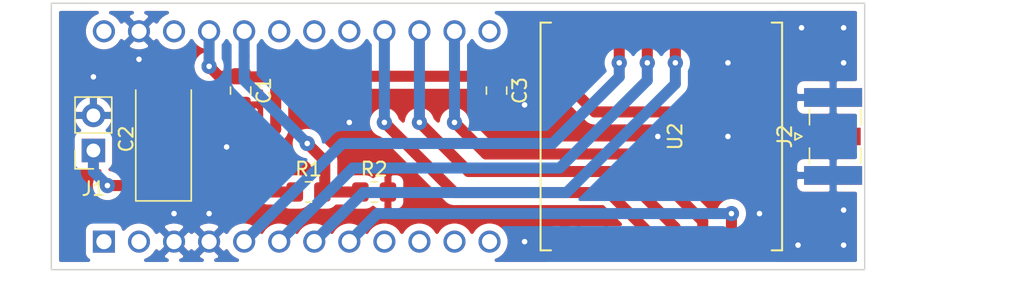
<source format=kicad_pcb>
(kicad_pcb (version 20211014) (generator pcbnew)
  (layers (0 "F.Cu" signal) (31 "B.Cu" signal) (34 "B.Paste" user) (35 "F.Paste" user) (36 "B.SilkS" user "B.Silkscreen") (37 "F.SilkS" user "F.Silkscreen") (38 "B.Mask" user) (39 "F.Mask" user) (44 "Edge.Cuts" user))
  (net 0 "")
  (net 1 "GND")
  (net 2 "MOSI")
  (net 3 "MISO")
  (net 4 "SCK")
  (net 5 "NSS")
  (net 6 "NRST")
  (net 7 "DIO1")
  (net 8 "+3V3")
  (net 9 "VBAT")
  (net 10 "ANT")
  (net 11 "DIO0")
  (footprint "micro:ProMicro-NoSilk" (layer "F.Cu") (at 128.016 98.044)
    (fp_text reference "U1" hide)
    (fp_text value "ProMicro")
    (pad "1" thru_hole rect locked (at -13.97 7.62) (size 1.6 1.6) (drill 1.1) (layers *.Cu *.Mask))
    (pad "2" thru_hole circle locked (at -11.43 7.62) (size 1.6 1.6) (drill 1.1) (layers *.Cu *.Mask))
    (pad "3" thru_hole circle locked (at -8.89 7.62) (size 1.6 1.6) (drill 1.1) (layers *.Cu *.Mask) (net 1 "GND"))
    (pad "4" thru_hole circle locked (at -6.35 7.62) (size 1.6 1.6) (drill 1.1) (layers *.Cu *.Mask) (net 1 "GND"))
    (pad "5" thru_hole circle locked (at -3.81 7.62) (size 1.6 1.6) (drill 1.1) (layers *.Cu *.Mask) (net 7 "DIO1"))
    (pad "6" thru_hole circle locked (at -1.27 7.62) (size 1.6 1.6) (drill 1.1) (layers *.Cu *.Mask) (net 11 "DIO0"))
    (pad "7" thru_hole circle locked (at 1.27 7.62) (size 1.6 1.6) (drill 1.1) (layers *.Cu *.Mask) (net 6 "NRST"))
    (pad "8" thru_hole circle locked (at 3.81 7.62) (size 1.6 1.6) (drill 1.1) (layers *.Cu *.Mask) (net 5 "NSS"))
    (pad "9" thru_hole circle locked (at 6.35 7.62) (size 1.6 1.6) (drill 1.1) (layers *.Cu *.Mask))
    (pad "10" thru_hole circle locked (at 8.89 7.62) (size 1.6 1.6) (drill 1.1) (layers *.Cu *.Mask))
    (pad "11" thru_hole circle locked (at 11.43 7.62) (size 1.6 1.6) (drill 1.1) (layers *.Cu *.Mask))
    (pad "12" thru_hole circle locked (at 13.97 7.62) (size 1.6 1.6) (drill 1.1) (layers *.Cu *.Mask))
    (pad "13" thru_hole circle locked (at 13.97 -7.62) (size 1.6 1.6) (drill 1.1) (layers *.Cu *.Mask))
    (pad "14" thru_hole circle locked (at 11.43 -7.62) (size 1.6 1.6) (drill 1.1) (layers *.Cu *.Mask) (net 2 "MOSI"))
    (pad "15" thru_hole circle locked (at 8.89 -7.62) (size 1.6 1.6) (drill 1.1) (layers *.Cu *.Mask) (net 3 "MISO"))
    (pad "16" thru_hole circle locked (at 6.35 -7.62) (size 1.6 1.6) (drill 1.1) (layers *.Cu *.Mask) (net 4 "SCK"))
    (pad "17" thru_hole circle locked (at 3.81 -7.62) (size 1.6 1.6) (drill 1.1) (layers *.Cu *.Mask))
    (pad "18" thru_hole circle locked (at 1.27 -7.62) (size 1.6 1.6) (drill 1.1) (layers *.Cu *.Mask))
    (pad "19" thru_hole circle locked (at -1.27 -7.62) (size 1.6 1.6) (drill 1.1) (layers *.Cu *.Mask))
    (pad "20" thru_hole circle locked (at -3.81 -7.62) (size 1.6 1.6) (drill 1.1) (layers *.Cu *.Mask) (net 9 "VBAT"))
    (pad "21" thru_hole circle locked (at -6.35 -7.62) (size 1.6 1.6) (drill 1.1) (layers *.Cu *.Mask) (net 8 "+3V3"))
    (pad "22" thru_hole circle locked (at -8.89 -7.62) (size 1.6 1.6) (drill 1.1) (layers *.Cu *.Mask))
    (pad "23" thru_hole circle locked (at -11.43 -7.62) (size 1.6 1.6) (drill 1.1) (layers *.Cu *.Mask) (net 1 "GND"))
    (pad "24" thru_hole circle locked (at -13.97 -7.62) (size 1.6 1.6) (drill 1.1) (layers *.Cu *.Mask))
  )
  (footprint "RF_Module:Ai-Thinker-Ra-01-LoRa" (layer "F.Cu") (at 154.432 98.044 -90)
    (fp_text reference "U2" (at 0 -1 90) (layer "F.SilkS"))
    (fp_text value "Ai-Thinker-Ra-01")
    (fp_line (start 8.25 8.75) (end 8.25 8) (layer "F.SilkS") (width 0.15))
    (fp_line (start -8.25 8.75) (end 8.25 8.75) (layer "F.SilkS") (width 0.15))
    (fp_line (start -8.25 8) (end -8.25 8.75) (layer "F.SilkS") (width 0.15))
    (fp_line (start 8.25 -8.75) (end 8.25 -8) (layer "F.SilkS") (width 0.15))
    (fp_line (start -8.25 -8) (end -8.25 -8.75) (layer "F.SilkS") (width 0.15))
    (fp_line (start -8.25 -8.75) (end 8.25 -8.75) (layer "F.SilkS") (width 0.15))
    (pad "1" smd rect locked (at -8 -7 270) (size 2 1.5) (layers "F.Cu" "F.Paste" "F.Mask") (net 10 "ANT"))
    (pad "2" smd rect locked (at -8 -5 270) (size 2 1.5) (layers "F.Cu" "F.Paste" "F.Mask") (net 1 "GND"))
    (pad "3" smd rect locked (at -8 -3 270) (size 2 1.5) (layers "F.Cu" "F.Paste" "F.Mask") (net 8 "+3V3"))
    (pad "4" smd rect locked (at -8 -1 270) (size 2 1.5) (layers "F.Cu" "F.Paste" "F.Mask") (net 6 "NRST"))
    (pad "5" smd rect locked (at -8 1 270) (size 2 1.5) (layers "F.Cu" "F.Paste" "F.Mask") (net 11 "DIO0"))
    (pad "6" smd rect locked (at -8 3 270) (size 2 1.5) (layers "F.Cu" "F.Paste" "F.Mask") (net 7 "DIO1"))
    (pad "7" smd rect locked (at -8 5 270) (size 2 1.5) (layers "F.Cu" "F.Paste" "F.Mask"))
    (pad "8" smd rect locked (at -8 7 270) (size 2 1.5) (layers "F.Cu" "F.Paste" "F.Mask"))
    (pad "9" smd rect locked (at 8 7 270) (size 2 1.5) (layers "F.Cu" "F.Paste" "F.Mask") (net 1 "GND"))
    (pad "10" smd rect locked (at 8 5 270) (size 2 1.5) (layers "F.Cu" "F.Paste" "F.Mask"))
    (pad "11" smd rect locked (at 8 3 270) (size 2 1.5) (layers "F.Cu" "F.Paste" "F.Mask"))
    (pad "12" smd rect locked (at 8 1 270) (size 2 1.5) (layers "F.Cu" "F.Paste" "F.Mask") (net 4 "SCK"))
    (pad "13" smd rect locked (at 8 -1 270) (size 2 1.5) (layers "F.Cu" "F.Paste" "F.Mask") (net 3 "MISO"))
    (pad "14" smd rect locked (at 8 -3 270) (size 2 1.5) (layers "F.Cu" "F.Paste" "F.Mask") (net 2 "MOSI"))
    (pad "15" smd rect locked (at 8 -5 270) (size 2 1.5) (layers "F.Cu" "F.Paste" "F.Mask") (net 5 "NSS"))
    (pad "16" smd rect locked (at 8 -7 270) (size 2 1.5) (layers "F.Cu" "F.Paste" "F.Mask") (net 1 "GND"))
  )
  (footprint "Connector_PinSocket_2.54mm:PinSocket_1x02_P2.54mm_Vertical" (layer "F.Cu") (at 113.284 99.06 180)
    (fp_text reference "J1" (at 0 -2.77) (layer "F.SilkS"))
    (fp_text value "Conn_01x02_Male")
    (fp_line (start 1.33 -1.33) (end 1.33 0) (layer "F.SilkS") (width 0.12))
    (fp_line (start -1.33 1.27) (end -1.33 3.87) (layer "F.SilkS") (width 0.12))
    (fp_line (start 1.33 1.27) (end 1.33 3.87) (layer "F.SilkS") (width 0.12))
    (fp_line (start -1.33 3.87) (end 1.33 3.87) (layer "F.SilkS") (width 0.12))
    (fp_line (start 0 -1.33) (end 1.33 -1.33) (layer "F.SilkS") (width 0.12))
    (fp_line (start -1.33 1.27) (end 1.33 1.27) (layer "F.SilkS") (width 0.12))
    (pad "1" thru_hole rect locked (at 0 0 180) (size 1.7 1.7) (drill 1) (layers *.Cu *.Mask) (net 8 "+3V3"))
    (pad "2" thru_hole oval locked (at 0 2.54 180) (size 1.7 1.7) (drill 1) (layers *.Cu *.Mask) (net 1 "GND"))
  )
  (footprint "Connector_Coaxial:SMA_Samtec_SMA-J-P-X-ST-EM1_EdgeMount" (layer "F.Cu") (at 166.878 98.044 90)
    (fp_text reference "J2" (at 0 -3.5 90) (layer "F.SilkS"))
    (fp_text value "Conn_Coaxial")
    (fp_line (start 0.25 -2.76) (end -0.25 -2.76) (layer "F.SilkS") (width 0.12))
    (fp_line (start -1.95 -1.71) (end -0.84 -1.71) (layer "F.SilkS") (width 0.12))
    (fp_line (start 0 -2.26) (end 0.25 -2.76) (layer "F.SilkS") (width 0.12))
    (fp_line (start 0.84 2) (end 1.95 2) (layer "F.SilkS") (width 0.12))
    (fp_line (start -1.95 2) (end -0.84 2) (layer "F.SilkS") (width 0.12))
    (fp_line (start -0.25 -2.76) (end 0 -2.26) (layer "F.SilkS") (width 0.12))
    (fp_line (start 0.84 -1.71) (end 1.95 -1.71) (layer "F.SilkS") (width 0.12))
    (pad "1" smd rect locked (at 0 0.2 90) (size 1.27 3.6) (layers "F.Cu" "F.Paste" "F.Mask") (net 10 "ANT"))
    (pad "2" smd rect locked (at -2.825 0 90) (size 1.35 4.2) (layers "F.Cu" "F.Paste" "F.Mask") (net 1 "GND"))
    (pad "2" smd rect locked (at 2.825 0 90) (size 1.35 4.2) (layers "B.Cu" "B.Paste" "B.Mask") (net 1 "GND"))
    (pad "2" smd rect locked (at -2.825 0 90) (size 1.35 4.2) (layers "B.Cu" "B.Paste" "B.Mask") (net 1 "GND"))
    (pad "2" smd rect locked (at 2.825 0 90) (size 1.35 4.2) (layers "F.Cu" "F.Paste" "F.Mask") (net 1 "GND"))
  )
  (footprint "Capacitor_SMD:C_0805_2012Metric_Pad1.18x1.45mm_HandSolder" (layer "F.Cu") (at 123.952 94.7205 -90)
    (fp_text reference "C1" (at 0 -1.68 90) (layer "F.SilkS"))
    (fp_text value "100nF")
    (fp_line (start -0.261252 0.735) (end 0.261252 0.735) (layer "F.SilkS") (width 0.12))
    (fp_line (start -0.261252 -0.735) (end 0.261252 -0.735) (layer "F.SilkS") (width 0.12))
    (pad "1" smd roundrect locked (at -1.0375 0 270) (size 1.175 1.45) (layers "F.Cu" "F.Paste" "F.Mask") (roundrect_rratio 0.2127659574) (net 8 "+3V3"))
    (pad "2" smd roundrect locked (at 1.0375 0 270) (size 1.175 1.45) (layers "F.Cu" "F.Paste" "F.Mask") (roundrect_rratio 0.2127659574) (net 1 "GND"))
  )
  (footprint "Capacitor_Tantalum_SMD:CP_EIA-7132-28_AVX-C_Pad2.72x3.50mm_HandSolder" (layer "F.Cu") (at 118.364 98.2295 90)
    (fp_text reference "C2" (at 0 -2.7 90) (layer "F.SilkS"))
    (fp_text value "47uF")
    (fp_line (start -4.485 -2.01) (end -4.485 2.01) (layer "F.SilkS") (width 0.12))
    (fp_line (start -4.485 2.01) (end 3.55 2.01) (layer "F.SilkS") (width 0.12))
    (fp_line (start 3.55 -2.01) (end -4.485 -2.01) (layer "F.SilkS") (width 0.12))
    (pad "1" smd roundrect locked (at -2.8625 0 90) (size 2.725 3.5) (layers "F.Cu" "F.Paste" "F.Mask") (roundrect_rratio 0.09174275229) (net 8 "+3V3"))
    (pad "2" smd roundrect locked (at 2.8625 0 90) (size 2.725 3.5) (layers "F.Cu" "F.Paste" "F.Mask") (roundrect_rratio 0.09174275229) (net 1 "GND"))
  )
  (footprint "Capacitor_SMD:C_0805_2012Metric_Pad1.18x1.45mm_HandSolder" (layer "F.Cu") (at 142.494 94.7205 -90)
    (fp_text reference "C3" (at 0 -1.68 90) (layer "F.SilkS"))
    (fp_text value "100nF")
    (fp_line (start -0.261252 0.735) (end 0.261252 0.735) (layer "F.SilkS") (width 0.12))
    (fp_line (start -0.261252 -0.735) (end 0.261252 -0.735) (layer "F.SilkS") (width 0.12))
    (pad "1" smd roundrect locked (at -1.0375 0 270) (size 1.175 1.45) (layers "F.Cu" "F.Paste" "F.Mask") (roundrect_rratio 0.2127659574) (net 8 "+3V3"))
    (pad "2" smd roundrect locked (at 1.0375 0 270) (size 1.175 1.45) (layers "F.Cu" "F.Paste" "F.Mask") (roundrect_rratio 0.2127659574) (net 1 "GND"))
  )
  (footprint "Resistor_SMD:R_0805_2012Metric_Pad1.20x1.40mm_HandSolder" (layer "F.Cu") (at 128.875001 102.067001)
    (fp_text reference "R1" (at 0 -1.65) (layer "F.SilkS"))
    (fp_text value "20k")
    (fp_line (start -0.227064 -0.735) (end 0.227064 -0.735) (layer "F.SilkS") (width 0.12))
    (fp_line (start -0.227064 0.735) (end 0.227064 0.735) (layer "F.SilkS") (width 0.12))
    (pad "1" smd roundrect locked (at -1 0) (size 1.2 1.4) (layers "F.Cu" "F.Paste" "F.Mask") (roundrect_rratio 0.2083325) (net 8 "+3V3"))
    (pad "2" smd roundrect locked (at 1 0) (size 1.2 1.4) (layers "F.Cu" "F.Paste" "F.Mask") (roundrect_rratio 0.2083325) (net 9 "VBAT"))
  )
  (footprint "Resistor_SMD:R_0805_2012Metric_Pad1.20x1.40mm_HandSolder" (layer "F.Cu") (at 133.625001 102.067001)
    (fp_text reference "R2" (at 0 -1.65) (layer "F.SilkS"))
    (fp_text value "20k")
    (fp_line (start -0.227064 0.735) (end 0.227064 0.735) (layer "F.SilkS") (width 0.12))
    (fp_line (start -0.227064 -0.735) (end 0.227064 -0.735) (layer "F.SilkS") (width 0.12))
    (pad "1" smd roundrect locked (at -1 0) (size 1.2 1.4) (layers "F.Cu" "F.Paste" "F.Mask") (roundrect_rratio 0.2083325) (net 9 "VBAT"))
    (pad "2" smd roundrect locked (at 1 0) (size 1.2 1.4) (layers "F.Cu" "F.Paste" "F.Mask") (roundrect_rratio 0.2083325) (net 1 "GND"))
  )
  (gr_line (start 110.236 107.696) (end 110.236 88.392) (layer "Edge.Cuts") (width 0.1))
  (gr_line (start 112.776 107.696) (end 110.236 107.696) (layer "Edge.Cuts") (width 0.1))
  (gr_line (start 169.164 107.696) (end 112.776 107.696) (layer "Edge.Cuts") (width 0.1))
  (gr_line (start 169.164 88.392) (end 169.164 107.696) (layer "Edge.Cuts") (width 0.1))
  (gr_line (start 110.236 88.392) (end 112.776 88.392) (layer "Edge.Cuts") (width 0.1))
  (gr_line (start 112.776 88.392) (end 169.164 88.392) (layer "Edge.Cuts") (width 0.1))
  (via (at 119.126 103.632) (size 1.1) (drill 0.4) (layers "F.Cu" "B.Cu") (net 1))
  (via (at 167.64 92.71) (size 1.1) (drill 0.4) (layers "F.Cu" "B.Cu") (net 1))
  (via (at 167.64 105.918) (size 1.1) (drill 0.4) (layers "F.Cu" "B.Cu") (net 1))
  (via (at 131.826 97.028) (size 1.1) (drill 0.4) (layers "F.Cu" "B.Cu") (net 1))
  (via (at 161.544 103.632) (size 1.1) (drill 0.4) (layers "F.Cu" "B.Cu") (net 1))
  (via (at 116.586 92.456) (size 1.1) (drill 0.4) (layers "F.Cu" "B.Cu") (net 1))
  (via (at 164.592 90.17) (size 1.1) (drill 0.4) (layers "F.Cu" "B.Cu") (net 1))
  (via (at 121.666 103.632) (size 1.1) (drill 0.4) (layers "F.Cu" "B.Cu") (net 1))
  (via (at 144.526 95.758) (size 1.1) (drill 0.4) (layers "F.Cu" "B.Cu") (net 1))
  (via (at 159.258 98.044) (size 1.1) (drill 0.4) (layers "F.Cu" "B.Cu") (net 1))
  (via (at 167.64 103.378) (size 1.1) (drill 0.4) (layers "F.Cu" "B.Cu") (net 1))
  (via (at 164.338 105.918) (size 1.1) (drill 0.4) (layers "F.Cu" "B.Cu") (net 1))
  (via (at 159.258 92.71) (size 1.1) (drill 0.4) (layers "F.Cu" "B.Cu") (net 1))
  (via (at 113.284 93.726) (size 1.1) (drill 0.4) (layers "F.Cu" "B.Cu") (net 1))
  (via (at 167.64 90.17) (size 1.1) (drill 0.4) (layers "F.Cu" "B.Cu") (net 1))
  (via (at 144.526 105.664) (size 1.1) (drill 0.4) (layers "F.Cu" "B.Cu") (net 1))
  (via (at 122.936 98.806) (size 1.1) (drill 0.4) (layers "F.Cu" "B.Cu") (net 1))
  (via (at 154.178 98.044) (size 1.1) (drill 0.4) (layers "F.Cu" "B.Cu") (net 1))
  (segment (start 157.432 106.044) (end 157.432 104.188) (width 0.8) (layer "F.Cu") (net 2))
  (segment (start 141.732 99.314) (end 139.7 97.282) (width 0.8) (layer "F.Cu") (net 2))
  (segment (start 157.432 104.188) (end 152.558 99.314) (width 0.8) (layer "F.Cu") (net 2))
  (segment (start 157.432 106.044) (end 157.432 105.483998) (width 0.5) (layer "F.Cu") (net 2))
  (segment (start 139.7 97.282) (end 139.446 97.028) (width 0.25) (layer "F.Cu") (net 2))
  (segment (start 139.446 90.424) (end 140.010058 90.424) (width 0.25) (layer "F.Cu") (net 2))
  (segment (start 152.558 99.314) (end 141.732 99.314) (width 0.8) (layer "F.Cu") (net 2))
  (via (at 139.446 97.028) (size 1.1) (drill 0.4) (layers "F.Cu" "B.Cu") (net 2))
  (segment (start 139.446 97.028) (end 139.446 90.424) (width 0.8) (layer "B.Cu") (net 2))
  (segment (start 139.446 97.028) (end 139.446 97.028) (width 0.5) (layer "B.Cu") (net 2))
  (segment (start 139.446 90.424) (end 139.7 90.678) (width 0.25) (layer "B.Cu") (net 2))
  (segment (start 155.432 106.044) (end 155.432 104.632) (width 0.8) (layer "F.Cu") (net 3))
  (segment (start 140.462 100.584) (end 137.16 97.282) (width 0.8) (layer "F.Cu") (net 3))
  (segment (start 137.16 97.282) (end 136.906 97.028) (width 0.25) (layer "F.Cu") (net 3))
  (segment (start 155.432 106.044) (end 155.432 105.483998) (width 0.5) (layer "F.Cu") (net 3))
  (segment (start 155.432 104.632) (end 151.384 100.584) (width 0.8) (layer "F.Cu") (net 3))
  (segment (start 151.384 100.584) (end 140.462 100.584) (width 0.8) (layer "F.Cu") (net 3))
  (via (at 136.906 97.028) (size 1.1) (drill 0.4) (layers "F.Cu" "B.Cu") (net 3))
  (segment (start 136.906 97.028) (end 136.906 90.424) (width 0.8) (layer "B.Cu") (net 3))
  (segment (start 136.906 97.028) (end 136.906 97.028) (width 0.5) (layer "B.Cu") (net 3))
  (segment (start 137.16 90.678) (end 136.906 90.424) (width 0.5) (layer "B.Cu") (net 3))
  (segment (start 139.446 102.108) (end 134.62 97.282) (width 0.8) (layer "F.Cu") (net 4))
  (segment (start 134.62 97.282) (end 134.366 97.028) (width 0.25) (layer "F.Cu") (net 4))
  (segment (start 153.432 104.918) (end 150.622 102.108) (width 0.8) (layer "F.Cu") (net 4))
  (segment (start 150.622 102.108) (end 139.446 102.108) (width 0.8) (layer "F.Cu") (net 4))
  (segment (start 153.432 106.044) (end 153.432 105.483998) (width 0.5) (layer "F.Cu") (net 4))
  (segment (start 153.432 106.044) (end 153.432 104.918) (width 0.8) (layer "F.Cu") (net 4))
  (via (at 134.366 97.028) (size 1.1) (drill 0.4) (layers "F.Cu" "B.Cu") (net 4))
  (segment (start 134.366 97.028) (end 134.366 97.028) (width 0.5) (layer "B.Cu") (net 4))
  (segment (start 134.366 97.028) (end 134.366 90.424) (width 0.8) (layer "B.Cu") (net 4))
  (segment (start 134.366 97.028) (end 134.366 97.028) (width 0.5) (layer "B.Cu") (net 4))
  (segment (start 134.62 90.678) (end 134.366 90.424) (width 0.5) (layer "B.Cu") (net 4))
  (segment (start 159.512 103.632) (end 159.512 105.964) (width 0.8) (layer "F.Cu") (net 5))
  (segment (start 159.512 105.964) (end 159.432 106.044) (width 0.5) (layer "F.Cu") (net 5))
  (segment (start 159.004 105.616) (end 159.432 106.044) (width 0.5) (layer "F.Cu") (net 5))
  (via (at 159.512 103.632) (size 1.1) (drill 0.4) (layers "F.Cu" "B.Cu") (net 5))
  (segment (start 131.826 105.664) (end 133.858 103.632) (width 0.8) (layer "B.Cu") (net 5))
  (segment (start 133.858 103.632) (end 159.512 103.632) (width 0.8) (layer "B.Cu") (net 5))
  (segment (start 155.448 90.06) (end 155.432 90.044) (width 0.8) (layer "F.Cu") (net 6))
  (segment (start 155.448 92.71) (end 155.448 90.06) (width 0.8) (layer "F.Cu") (net 6))
  (segment (start 155.702 90.314) (end 155.432 90.044) (width 0.5) (layer "F.Cu") (net 6))
  (via (at 155.448 92.71) (size 1.1) (drill 0.4) (layers "F.Cu" "B.Cu") (net 6))
  (segment (start 132.842 102.108) (end 147.574 102.108) (width 0.8) (layer "B.Cu") (net 6))
  (segment (start 129.286 105.664) (end 132.842 102.108) (width 0.8) (layer "B.Cu") (net 6))
  (segment (start 147.574 102.108) (end 155.448 94.234) (width 0.8) (layer "B.Cu") (net 6))
  (segment (start 155.448 94.234) (end 155.448 92.71) (width 0.8) (layer "B.Cu") (net 6))
  (segment (start 151.384 90.092) (end 151.432 90.044) (width 0.5) (layer "F.Cu") (net 7))
  (segment (start 151.432 90.884) (end 151.432 90.044) (width 0.25) (layer "F.Cu") (net 7))
  (segment (start 151.384 92.71) (end 151.384 90.092) (width 0.8) (layer "F.Cu") (net 7))
  (via (at 151.384 92.71) (size 1.1) (drill 0.4) (layers "F.Cu" "B.Cu") (net 7))
  (segment (start 131.318 98.552) (end 146.558 98.552) (width 0.8) (layer "B.Cu") (net 7))
  (segment (start 124.206 105.664) (end 131.318 98.552) (width 0.8) (layer "B.Cu") (net 7))
  (segment (start 146.558 98.552) (end 151.384 93.726) (width 0.8) (layer "B.Cu") (net 7))
  (segment (start 151.384 93.726) (end 151.384 92.71) (width 0.8) (layer "B.Cu") (net 7))
  (segment (start 149.606 96.266) (end 155.702 96.266) (width 0.8) (layer "F.Cu") (net 8))
  (segment (start 124.122 93.853) (end 123.952 93.683) (width 0.8) (layer "F.Cu") (net 8))
  (segment (start 126.492 93.726) (end 123.995 93.726) (width 0.8) (layer "F.Cu") (net 8))
  (segment (start 123.952 93.683) (end 122.385 93.683) (width 0.8) (layer "F.Cu") (net 8))
  (segment (start 126.492 97.536) (end 126.492 93.726) (width 0.8) (layer "F.Cu") (net 8))
  (segment (start 124.968 99.06) (end 126.492 97.536) (width 0.8) (layer "F.Cu") (net 8))
  (segment (start 118.364 101.092) (end 124.968 101.092) (width 0.8) (layer "F.Cu") (net 8))
  (segment (start 132.377 93.683) (end 142.494 93.683) (width 0.8) (layer "F.Cu") (net 8))
  (segment (start 125.943001 102.067001) (end 124.968 101.092) (width 0.8) (layer "F.Cu") (net 8))
  (segment (start 142.494 93.683) (end 147.023 93.683) (width 0.8) (layer "F.Cu") (net 8))
  (segment (start 117.856 101.6) (end 118.364 101.092) (width 0.5) (layer "F.Cu") (net 8))
  (segment (start 156.972 90.504) (end 157.432 90.044) (width 0.5) (layer "F.Cu") (net 8))
  (segment (start 155.702 96.266) (end 157.432 94.536) (width 0.8) (layer "F.Cu") (net 8))
  (segment (start 127.875001 102.067001) (end 125.943001 102.067001) (width 0.8) (layer "F.Cu") (net 8))
  (segment (start 114.3 101.6) (end 117.856 101.6) (width 0.8) (layer "F.Cu") (net 8))
  (segment (start 147.023 93.683) (end 149.606 96.266) (width 0.8) (layer "F.Cu") (net 8))
  (segment (start 157.432 94.536) (end 157.432 90.044) (width 0.8) (layer "F.Cu") (net 8))
  (segment (start 132.08 93.726) (end 126.492 93.726) (width 0.8) (layer "F.Cu") (net 8))
  (segment (start 122.385 93.683) (end 121.666 92.964) (width 0.8) (layer "F.Cu") (net 8))
  (segment (start 124.968 101.092) (end 124.968 99.06) (width 0.8) (layer "F.Cu") (net 8))
  (via (at 121.666 92.964) (size 1.1) (drill 0.4) (layers "F.Cu" "B.Cu") (net 8))
  (via (at 114.3 101.6) (size 1.1) (drill 0.4) (layers "F.Cu" "B.Cu") (net 8))
  (segment (start 113.284 100.584) (end 114.3 101.6) (width 0.8) (layer "B.Cu") (net 8))
  (segment (start 113.284 99.06) (end 113.284 100.584) (width 0.8) (layer "B.Cu") (net 8))
  (segment (start 121.666 92.964) (end 121.666 90.424) (width 0.8) (layer "B.Cu") (net 8))
  (segment (start 130.048 101.894002) (end 129.875001 102.067001) (width 0.8) (layer "F.Cu") (net 9))
  (segment (start 129.742827 101.934827) (end 129.875001 102.067001) (width 0.8) (layer "F.Cu") (net 9))
  (segment (start 129.875001 102.067001) (end 132.625001 102.067001) (width 0.8) (layer "F.Cu") (net 9))
  (segment (start 128.778 98.552) (end 130.048 99.822) (width 0.8) (layer "F.Cu") (net 9))
  (segment (start 130.048 99.822) (end 130.048 101.894002) (width 0.8) (layer "F.Cu") (net 9))
  (via (at 128.778 98.552) (size 1.1) (drill 0.4) (layers "F.Cu" "B.Cu") (net 9))
  (segment (start 124.206 93.98) (end 128.778 98.552) (width 0.8) (layer "B.Cu") (net 9))
  (segment (start 124.206 92.202) (end 124.206 93.98) (width 0.8) (layer "B.Cu") (net 9))
  (segment (start 124.206 90.424) (end 124.206 92.202) (width 0.8) (layer "B.Cu") (net 9))
  (segment (start 161.544 90.156) (end 161.432 90.044) (width 0.5) (layer "F.Cu") (net 10))
  (segment (start 161.544 92.71) (end 161.544 90.156) (width 0.8) (layer "F.Cu") (net 10))
  (segment (start 161.544 96.266) (end 161.544 92.71) (width 0.8) (layer "F.Cu") (net 10))
  (segment (start 167.078 98.044) (end 163.322 98.044) (width 0.8) (layer "F.Cu") (net 10))
  (segment (start 163.322 98.044) (end 161.544 96.266) (width 0.8) (layer "F.Cu") (net 10))
  (segment (start 153.416 92.71) (end 153.416 90.06) (width 0.8) (layer "F.Cu") (net 11))
  (segment (start 153.416 90.06) (end 153.432 90.044) (width 0.5) (layer "F.Cu") (net 11))
  (via (at 153.416 92.71) (size 1.1) (drill 0.4) (layers "F.Cu" "B.Cu") (net 11))
  (segment (start 132.08 100.33) (end 147.066 100.33) (width 0.8) (layer "B.Cu") (net 11))
  (segment (start 153.416 93.98) (end 153.416 92.71) (width 0.8) (layer "B.Cu") (net 11))
  (segment (start 126.746 105.664) (end 132.08 100.33) (width 0.8) (layer "B.Cu") (net 11))
  (segment (start 147.066 100.33) (end 153.416 93.98) (width 0.8) (layer "B.Cu") (net 11))
  (zone (net 1) (net_name "GND") (layer "F.Cu") (connect_pads (clearance 0.508)) (min_thickness 0.254) (fill yes (thermal_gap 0.508) (thermal_bridge_width 0.508))
    (polygon (pts (xy 169.164 107.188) (xy 110.744 107.188) (xy 110.744 88.9) (xy 169.164 88.9)))
  )
  (zone (net 1) (net_name "GND") (layer "B.Cu") (connect_pads (clearance 0.508)) (min_thickness 0.254) (fill yes (thermal_gap 0.508) (thermal_bridge_width 0.508))
    (polygon (pts (xy 169.164 107.188) (xy 110.744 107.188) (xy 110.744 88.9) (xy 169.164 88.9)))
  )
)
</source>
